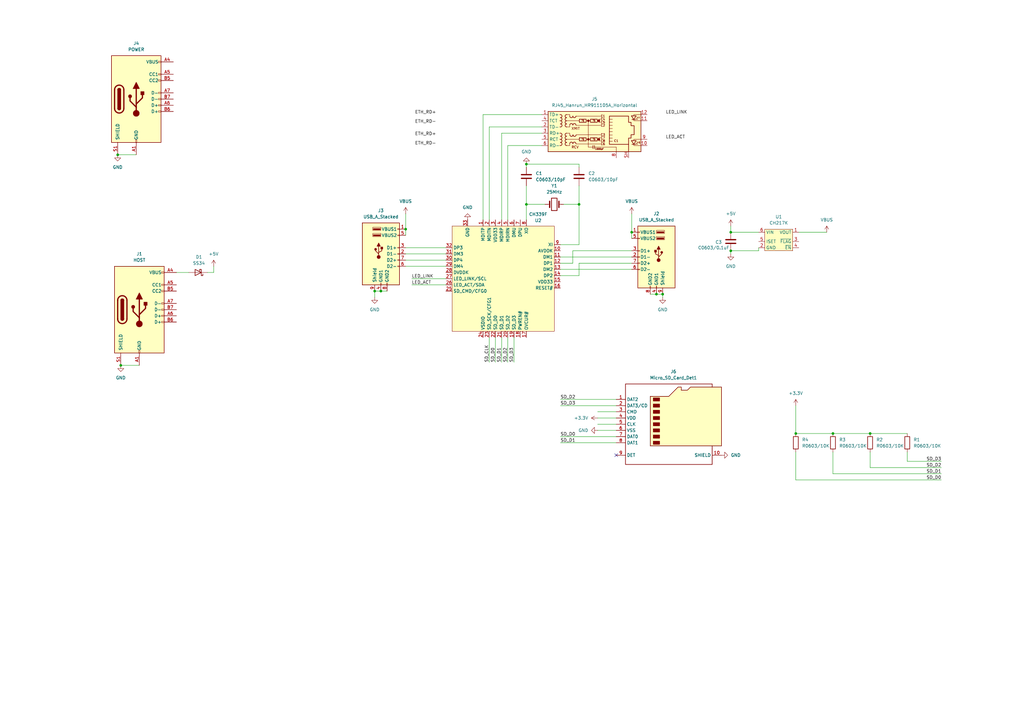
<source format=kicad_sch>
(kicad_sch (version 20250114) (generator "eeschema") (generator_version "9.0")
  (paper "A3")
  (lib_symbols
    (symbol "3in1lib:CH217K"
      (property "Reference" "U1" (at -0.635 10.16 0))
      (property "Value" "CH217K" (at -0.635 7.62 0))
      (symbol "CH217K_1_1"
        (rectangle (start -6.35 5.08) (end 5.08 -3.81) (fill (type background)))
        (pin input line (at -8.89 3.81 0) (length 2.54) (name "VIN") (number "6"))
        (pin input line (at -8.89 0 0) (length 2.54) (name "ISET") (number "5"))
        (pin input line (at -8.89 -2.54 0) (length 2.54) (name "GND") (number "2"))
        (pin input line (at 7.62 3.81 180) (length 2.54) (name "VOUT") (number "1"))
        (pin input line (at 7.62 0 180) (length 2.54) (name "~{FLAG}") (number "3"))
        (pin input line (at 7.62 -2.54 180) (length 2.54) (name "~{EN}") (number "4"))
      )
    )
    (symbol "CH339F_1"
      (property "Reference" "U" (at 0.3175 30.4165 0))
      (symbol "CH339F_1_1_1"
        (rectangle (start 11.43 7.62) (end 53.34 -35.56) (fill (type background)))
        (pin input line (at 8.89 -8.89 0) (length 2.54) (name "SD_CMD/CFG0") (number "25"))
        (pin input line (at 8.89 -11.43 0) (length 2.54) (name "LED_ACT/SDA") (number "26"))
        (pin input line (at 8.89 -13.97 0) (length 2.54) (name "LED_LINK/SCL") (number "27"))
        (pin input line (at 8.89 -16.51 0) (length 2.54) (name "DVDDK") (number "28"))
        (pin input line (at 8.89 -19.05 0) (length 2.54) (name "DM4") (number "29"))
        (pin input line (at 8.89 -21.59 0) (length 2.54) (name "DP4") (number "30"))
        (pin input line (at 8.89 -24.13 0) (length 2.54) (name "DM3") (number "31"))
        (pin input line (at 8.89 -26.67 0) (length 2.54) (name "DP3") (number "32"))
        (pin input line (at 17.78 -38.1 90) (length 2.54) (name "GND") (number "33"))
        (pin input line (at 24.13 10.16 270) (length 2.54) (name "VSDIO") (number "24"))
        (pin input line (at 24.13 -38.1 90) (length 2.54) (name "MDITP") (number "1"))
        (pin input line (at 26.67 10.16 270) (length 2.54) (name "SD_SCK/CFG1") (number "23"))
        (pin input line (at 26.67 -38.1 90) (length 2.54) (name "MDITN") (number "2"))
        (pin input line (at 29.21 10.16 270) (length 2.54) (name "SD_D0") (number "22"))
        (pin input line (at 29.21 -38.1 90) (length 2.54) (name "VDD33") (number "3"))
        (pin input line (at 31.75 10.16 270) (length 2.54) (name "SD_D1") (number "21"))
        (pin input line (at 31.75 -38.1 90) (length 2.54) (name "MDIRP") (number "4"))
        (pin input line (at 34.29 10.16 270) (length 2.54) (name "SD_D2") (number "20"))
        (pin input line (at 34.29 -38.1 90) (length 2.54) (name "MDIRN") (number "5"))
        (pin input line (at 36.83 10.16 270) (length 2.54) (name "SD_D3") (number "19"))
        (pin input line (at 36.83 -38.1 90) (length 2.54) (name "DMU") (number "6"))
        (pin input line (at 39.37 10.16 270) (length 2.54) (name "PWREN#") (number "18"))
        (pin input line (at 39.37 -38.1 90) (length 2.54) (name "DPU") (number "7"))
        (pin input line (at 41.91 10.16 270) (length 2.54) (name "OVCUR#") (number "17"))
        (pin input line (at 41.91 -38.1 90) (length 2.54) (name "XO") (number "8"))
        (pin input line (at 55.88 -10.16 180) (length 2.54) (name "RESET#") (number "16"))
        (pin input line (at 55.88 -12.7 180) (length 2.54) (name "VDD33") (number "15"))
        (pin input line (at 55.88 -15.24 180) (length 2.54) (name "DP2") (number "14"))
        (pin input line (at 55.88 -17.78 180) (length 2.54) (name "DM2") (number "13"))
        (pin input line (at 55.88 -20.32 180) (length 2.54) (name "DP1") (number "12"))
        (pin input line (at 55.88 -22.86 180) (length 2.54) (name "DM1") (number "11"))
        (pin input line (at 55.88 -25.4 180) (length 2.54) (name "AVDDK") (number "10"))
        (pin input line (at 55.88 -27.94 180) (length 2.54) (name "XI") (number "9"))
      )
    )
    (symbol "Connector:Micro_SD_Card_Det1"
      (property "Reference" "J" (at -16.51 17.78 0))
      (property "Value" "Micro_SD_Card_Det1" (at 16.51 17.78 0))
      (symbol "Micro_SD_Card_Det1_0_1"
        (polyline (pts (xy -8.89 -8.89) (xy -8.89 11.43) (xy -1.27 11.43) (xy 2.54 15.24) (xy 3.81 15.24) (xy 3.81 13.97) (xy 6.35 13.97) (xy 7.62 15.24) (xy 20.32 15.24) (xy 20.32 -8.89) (xy -8.89 -8.89)) (stroke (width 0.254)) (fill (type background)))
        (rectangle (start -7.62 10.795) (end -5.08 9.525) (stroke (width 0.254)) (fill (type outline)))
        (rectangle (start -7.62 8.255) (end -5.08 6.985) (stroke (width 0.254)) (fill (type outline)))
        (rectangle (start -7.62 5.715) (end -5.08 4.445) (stroke (width 0.254)) (fill (type outline)))
        (rectangle (start -7.62 3.175) (end -5.08 1.905) (stroke (width 0.254)) (fill (type outline)))
        (rectangle (start -7.62 0.635) (end -5.08 -0.635) (stroke (width 0.254)) (fill (type outline)))
        (rectangle (start -7.62 -1.905) (end -5.08 -3.175) (stroke (width 0.254)) (fill (type outline)))
        (rectangle (start -7.62 -4.445) (end -5.08 -5.715) (stroke (width 0.254)) (fill (type outline)))
        (rectangle (start -7.62 -6.985) (end -5.08 -8.255) (stroke (width 0.254)) (fill (type outline)))
        (polyline (pts (xy 16.51 15.24) (xy 16.51 16.51) (xy -19.05 16.51) (xy -19.05 -16.51) (xy 16.51 -16.51) (xy 16.51 -8.89)) (stroke (width 0.254)))
      )
      (symbol "Micro_SD_Card_Det1_1_1"
        (pin bidirectional line (at -22.86 10.16 0) (length 3.81) (name "DAT2") (number "1"))
        (pin bidirectional line (at -22.86 7.62 0) (length 3.81) (name "DAT3/CD") (number "2"))
        (pin input line (at -22.86 5.08 0) (length 3.81) (name "CMD") (number "3"))
        (pin power_in line (at -22.86 2.54 0) (length 3.81) (name "VDD") (number "4"))
        (pin input line (at -22.86 0 0) (length 3.81) (name "CLK") (number "5"))
        (pin power_in line (at -22.86 -2.54 0) (length 3.81) (name "VSS") (number "6"))
        (pin bidirectional line (at -22.86 -5.08 0) (length 3.81) (name "DAT0") (number "7"))
        (pin bidirectional line (at -22.86 -7.62 0) (length 3.81) (name "DAT1") (number "8"))
        (pin passive line (at -22.86 -12.7 0) (length 3.81) (name "DET") (number "9"))
        (pin passive line (at 20.32 -12.7 180) (length 3.81) (name "SHIELD") (number "10"))
      )
    )
    (symbol "Connector:RJ45_Hanrun_HR911105A_Horizontal"
      (property "Reference" "J" (at 18.415 10.16 0))
      (property "Value" "RJ45_Hanrun_HR911105A_Horizontal" (at -19.05 10.16 0))
      (symbol "RJ45_Hanrun_HR911105A_Horizontal_0_0"
        (circle (center -1.27 5.08) (radius 0.0001) (stroke (width 0.508)))
        (polyline (pts (xy -1.27 5.08) (xy -1.27 -5.715)))
        (circle (center -1.27 -2.54) (radius 0.0001) (stroke (width 0.508)))
        (polyline (pts (xy 0.635 -5.08) (xy 0.635 -6.35)) (stroke (width 0.254)))
        (polyline (pts (xy 1.27 -5.08) (xy 1.27 -6.35)) (stroke (width 0.254)))
        (polyline (pts (xy 3.048 5.08) (xy 2.54 5.08)))
        (circle (center 3.048 5.08) (radius 0.0001) (stroke (width 0.508)))
        (polyline (pts (xy 3.048 -2.54) (xy 2.54 -2.54)))
        (circle (center 3.048 -2.54) (radius 0.0001) (stroke (width 0.508)))
        (polyline (pts (xy 3.683 5.715) (xy 3.048 5.715) (xy 3.048 4.445) (xy 3.683 4.445)))
        (polyline (pts (xy 3.683 -1.905) (xy 3.048 -1.905) (xy 3.048 -3.175) (xy 3.683 -3.175)))
        (polyline (pts (xy 17.399 7.112) (xy 17.399 7.62) (xy 20.32 7.62)))
        (polyline (pts (xy 17.399 -3.048) (xy 17.399 -2.54) (xy 20.32 -2.54)))
        (polyline (pts (xy 20.32 5.08) (xy 17.399 5.08) (xy 17.399 5.588)))
        (polyline (pts (xy 20.32 -5.08) (xy 17.399 -5.08) (xy 17.399 -4.572)))
        (text "XMIT" (at -8.255 1.905 0) (effects (font (size 1.016 1.016)) (justify left)))
        (text "RCV" (at -8.255 -5.715 0) (effects (font (size 1.016 1.016)) (justify left)))
        (text "C1" (at 4.699 6.985 0) (effects (font (size 0.889 0.889))))
        (text "C4" (at 4.699 5.715 0) (effects (font (size 0.889 0.889))))
        (text "C5" (at 4.699 4.445 0) (effects (font (size 0.889 0.889))))
        (text "C2" (at 4.699 3.175 0) (effects (font (size 0.889 0.889))))
        (text "C3" (at 4.699 -0.635 0) (effects (font (size 0.889 0.889))))
        (text "C7" (at 4.699 -1.905 0) (effects (font (size 0.889 0.889))))
        (text "C8" (at 4.699 -3.175 0) (effects (font (size 0.889 0.889))))
        (text "C6" (at 4.699 -4.445 0) (effects (font (size 0.889 0.889))))
        (text "C1" (at 10.16 -3.175 0) (effects (font (size 0.889 0.889))))
      )
      (symbol "RJ45_Hanrun_HR911105A_Horizontal_0_1"
        (rectangle (start -17.78 8.89) (end 20.32 -7.62) (stroke (width 0.254)) (fill (type background)))
        (polyline (pts (xy -12.7 7.62) (xy -13.081 7.62)))
        (polyline (pts (xy -12.7 5.08) (xy -13.081 5.08)))
        (polyline (pts (xy -12.7 2.54) (xy -13.081 2.54)))
        (polyline (pts (xy -12.7 0) (xy -13.081 0)))
        (polyline (pts (xy -12.7 -2.54) (xy -13.081 -2.54)))
        (polyline (pts (xy -12.7 -5.08) (xy -13.081 -5.08)))
        (polyline (pts (xy -10.16 7.62) (xy -8.89 7.62) (xy -8.89 6.985)))
        (polyline (pts (xy -10.16 0) (xy -8.89 0) (xy -8.89 -0.635)))
        (polyline (pts (xy -8.89 3.175) (xy -8.89 2.54) (xy -10.16 2.54)))
        (polyline (pts (xy -8.89 -4.445) (xy -8.89 -5.08) (xy -10.16 -5.08)))
        (polyline (pts (xy -6.35 6.985) (xy 3.683 6.985)))
        (polyline (pts (xy -6.35 3.175) (xy 3.683 3.175)))
        (polyline (pts (xy -6.35 -4.445) (xy 3.683 -4.445)))
        (polyline (pts (xy -6.223 -0.635) (xy 3.683 -0.635)))
        (polyline (pts (xy -5.08 -2.54) (xy -10.16 -2.54)))
        (polyline (pts (xy -4.953 5.08) (xy -10.16 5.08)))
        (polyline (pts (xy -2.159 5.08) (xy -0.381 5.08)))
        (polyline (pts (xy -2.159 -2.54) (xy -0.381 -2.54)))
        (polyline (pts (xy 0.635 -5.715) (xy -1.27 -5.715)))
        (polyline (pts (xy 7.366 3.175) (xy 8.636 3.175)))
        (polyline (pts (xy 7.366 1.905) (xy 8.636 1.905)))
        (polyline (pts (xy 7.366 0.635) (xy 8.636 0.635)))
        (polyline (pts (xy 7.366 -0.762) (xy 8.636 -0.762)))
        (polyline (pts (xy 7.366 -2.032) (xy 8.636 -2.032)))
        (polyline (pts (xy 8.636 5.715) (xy 7.366 5.715)))
        (polyline (pts (xy 8.636 4.445) (xy 7.366 4.445)))
        (polyline (pts (xy 8.636 -3.302) (xy 7.366 -3.302)))
        (polyline (pts (xy 10.16 -5.715) (xy 1.27 -5.715)))
        (polyline (pts (xy 10.16 -5.715) (xy 10.16 -7.62)))
      )
      (symbol "RJ45_Hanrun_HR911105A_Horizontal_1_0"
        (text "1000pF" (at 3.302 -6.477 0) (effects (font (size 0.635 0.635))))
      )
      (symbol "RJ45_Hanrun_HR911105A_Horizontal_1_1"
        (arc (start -12.7 0) (mid -12.0677 -0.635) (end -12.7 -1.27) (stroke (width 0.254)))
        (arc (start -12.6973 7.62) (mid -12.065 6.985) (end -12.6973 6.35) (stroke (width 0.254)))
        (arc (start -12.6973 -1.27) (mid -12.065 -1.905) (end -12.6973 -2.54) (stroke (width 0.254)))
        (arc (start -12.6973 -2.54) (mid -12.065 -3.175) (end -12.6973 -3.81) (stroke (width 0.254)))
        (arc (start -12.6973 -3.81) (mid -12.065 -4.445) (end -12.6973 -5.08) (stroke (width 0.254)))
        (arc (start -12.6946 6.35) (mid -12.0623 5.715) (end -12.6946 5.08) (stroke (width 0.254)))
        (arc (start -12.6946 5.08) (mid -12.0623 4.445) (end -12.6946 3.81) (stroke (width 0.254)))
        (arc (start -12.6946 3.81) (mid -12.0623 3.175) (end -12.6946 2.54) (stroke (width 0.254)))
        (arc (start -10.1654 6.35) (mid -10.7977 6.985) (end -10.1654 7.62) (stroke (width 0.254)))
        (arc (start -10.1654 5.08) (mid -10.7977 5.715) (end -10.1654 6.35) (stroke (width 0.254)))
        (arc (start -10.1654 3.81) (mid -10.7977 4.445) (end -10.1654 5.08) (stroke (width 0.254)))
        (arc (start -10.1654 -1.27) (mid -10.7977 -0.635) (end -10.1654 0) (stroke (width 0.254)))
        (arc (start -10.1654 -2.54) (mid -10.7977 -1.905) (end -10.1654 -1.27) (stroke (width 0.254)))
        (arc (start -10.1654 -3.81) (mid -10.7977 -3.175) (end -10.1654 -2.54) (stroke (width 0.254)))
        (arc (start -10.1627 2.54) (mid -10.795 3.175) (end -10.1627 3.81) (stroke (width 0.254)))
        (arc (start -10.1627 -5.08) (mid -10.795 -4.445) (end -10.1627 -3.81) (stroke (width 0.254)))
        (arc (start -7.62 6.9823) (mid -8.255 6.35) (end -8.89 6.9823) (stroke (width 0.254)))
        (arc (start -8.89 3.3047) (mid -8.255 3.937) (end -7.62 3.3047) (stroke (width 0.254)))
        (arc (start -8.89 -4.3153) (mid -8.255 -3.683) (end -7.62 -4.3153) (stroke (width 0.254)))
        (arc (start -7.5565 -0.7012) (mid -8.1915 -1.3335) (end -8.8265 -0.7012) (stroke (width 0.254)))
        (arc (start -6.35 6.985) (mid -6.985 6.3527) (end -7.62 6.985) (stroke (width 0.254)))
        (arc (start -7.62 3.3074) (mid -6.985 3.9397) (end -6.35 3.3074) (stroke (width 0.254)))
        (arc (start -7.62 -4.3126) (mid -6.985 -3.6803) (end -6.35 -4.3126) (stroke (width 0.254)))
        (arc (start -6.2865 -0.6985) (mid -6.9215 -1.3308) (end -7.5565 -0.6985) (stroke (width 0.254)))
        (rectangle (start -4.953 5.715) (end -2.159 4.445) (stroke (width 0.254)))
        (rectangle (start -4.953 -1.905) (end -2.159 -3.175) (stroke (width 0.254)))
        (rectangle (start -0.381 5.715) (end 2.413 4.445) (stroke (width 0.254)))
        (rectangle (start -0.381 -1.905) (end 2.413 -3.175) (stroke (width 0.254)))
        (polyline (pts (xy 7.366 -4.572) (xy 7.366 6.985) (xy 15.24 6.985) (xy 15.24 4.445) (xy 16.256 4.445) (xy 16.256 3.048) (xy 17.526 3.048) (xy 17.526 -0.635) (xy 16.256 -0.635) (xy 16.256 -2.032) (xy 15.24 -2.032) (xy 15.24 -4.572) (xy 7.366 -4.572)) (stroke (width 0.254)))
        (polyline (pts (xy 15.24 -7.62) (xy 15.24 -4.572)) (stroke (width 0.254)))
        (polyline (pts (xy 18.161 5.588) (xy 16.637 5.588)) (stroke (width 0.254)))
        (polyline (pts (xy 18.161 -4.572) (xy 16.637 -4.572)) (stroke (width 0.254)))
        (polyline (pts (xy 18.288 7.112) (xy 16.383 7.112) (xy 17.399 5.588) (xy 18.288 7.112)) (stroke (width 0.254)))
        (polyline (pts (xy 18.288 6.096) (xy 18.796 5.588) (xy 18.542 5.588)))
        (polyline (pts (xy 18.288 -3.048) (xy 16.383 -3.048) (xy 17.399 -4.572) (xy 18.288 -3.048)) (stroke (width 0.254)))
        (polyline (pts (xy 18.288 -4.064) (xy 18.796 -4.572) (xy 18.542 -4.572)))
        (polyline (pts (xy 18.542 6.731) (xy 19.05 6.223) (xy 18.796 6.223)))
        (polyline (pts (xy 18.542 -3.429) (xy 19.05 -3.937) (xy 18.796 -3.937)))
        (polyline (pts (xy 18.796 5.588) (xy 18.796 5.842)))
        (polyline (pts (xy 18.796 -4.572) (xy 18.796 -4.318)))
        (polyline (pts (xy 19.05 6.223) (xy 19.05 6.477)))
        (polyline (pts (xy 19.05 -3.937) (xy 19.05 -3.683)))
        (text "75" (at -3.556 5.08 0) (effects (font (size 0.635 0.635))))
        (text "75" (at -3.556 -2.54 0) (effects (font (size 0.635 0.635))))
        (text "75" (at 1.016 5.08 0) (effects (font (size 0.635 0.635))))
        (text "75" (at 1.016 -2.54 0) (effects (font (size 0.635 0.635))))
        (text "Y" (at 19.558 6.35 0) (effects (font (size 0.635 0.635))))
        (text "G" (at 19.685 -3.81 0) (effects (font (size 0.635 0.635))))
        (pin passive line (at -20.32 7.62 0) (length 2.54) (name "TD+") (number "1"))
        (pin passive line (at -20.32 5.08 0) (length 2.54) (name "TCT") (number "4"))
        (pin passive line (at -20.32 2.54 0) (length 2.54) (name "TD-") (number "2"))
        (pin passive line (at -20.32 0 0) (length 2.54) (name "RD+") (number "3"))
        (pin passive line (at -20.32 -2.54 0) (length 2.54) (name "RCT") (number "5"))
        (pin passive line (at -20.32 -5.08 0) (length 2.54) (name "RD-") (number "6"))
        (pin power_in line (at 10.16 -10.16 90) (length 2.54) (name "") (number "8"))
        (pin passive line (at 15.24 -10.16 90) (length 2.54) (name "") (number "SH"))
        (pin no_connect line (at 20.32 0 0) (length 0) (hide yes) (name "NC") (number "7"))
        (pin passive line (at 22.86 7.62 180) (length 2.54) (name "") (number "12"))
        (pin passive line (at 22.86 5.08 180) (length 2.54) (name "") (number "11"))
        (pin passive line (at 22.86 -2.54 180) (length 2.54) (name "") (number "9"))
        (pin passive line (at 22.86 -5.08 180) (length 2.54) (name "") (number "10"))
      )
    )
    (symbol "Connector:USB_A_Stacked" (pin_names (offset 1.016))
      (property "Reference" "J" (at 0 15.875 0))
      (property "Value" "USB_A_Stacked" (at 0 13.97 0))
      (symbol "USB_A_Stacked_0_1"
        (rectangle (start -7.62 12.7) (end 7.62 -12.7) (stroke (width 0.254)) (fill (type background)))
        (circle (center -2.159 1.905) (radius 0.381) (stroke (width 0.254)) (fill (type outline)))
        (polyline (pts (xy -1.524 3.175) (xy -0.254 3.175) (xy -0.889 4.445) (xy -1.524 3.175)) (stroke (width 0.254)) (fill (type outline)))
        (polyline (pts (xy -0.889 0) (xy -0.889 0.635) (xy 0.381 1.27) (xy 0.381 2.54)) (stroke (width 0.254)))
        (polyline (pts (xy -0.889 -0.635) (xy -0.889 0) (xy -2.159 1.27) (xy -2.159 1.905)) (stroke (width 0.254)))
        (circle (center -0.889 -1.27) (radius 0.635) (stroke (width 0.254)) (fill (type outline)))
        (rectangle (start -0.254 9.906) (end -3.048 10.414) (fill (type outline)))
        (rectangle (start -0.254 7.366) (end -3.048 7.874) (fill (type outline)))
        (rectangle (start -0.127 -12.7) (end 0.127 -11.938))
        (rectangle (start 0 9.652) (end -3.302 10.922))
        (rectangle (start 0 7.112) (end -3.302 8.382))
        (rectangle (start 0 2.794) (end 0.762 2.032) (stroke (width 0.254)) (fill (type outline)))
        (rectangle (start 2.413 -12.7) (end 2.667 -11.938))
        (rectangle (start 7.62 10.033) (end 6.858 10.287))
        (rectangle (start 7.62 7.493) (end 6.858 7.747))
        (rectangle (start 7.62 2.413) (end 6.858 2.667))
        (rectangle (start 7.62 -0.127) (end 6.858 0.127))
        (rectangle (start 7.62 -2.667) (end 6.858 -2.413))
        (rectangle (start 7.62 -5.207) (end 6.858 -4.953))
      )
      (symbol "USB_A_Stacked_1_1"
        (polyline (pts (xy -0.889 0.635) (xy -0.889 3.175)) (stroke (width 0.254)))
        (pin passive line (at -2.54 -15.24 90) (length 2.54) (name "Shield") (number "9"))
        (pin power_in line (at 0 -15.24 90) (length 2.54) (name "GND1") (number "4"))
        (pin power_in line (at 2.54 -15.24 90) (length 2.54) (name "GND2") (number "8"))
        (pin power_in line (at 10.16 10.16 180) (length 2.54) (name "VBUS1") (number "1"))
        (pin power_in line (at 10.16 7.62 180) (length 2.54) (name "VBUS2") (number "5"))
        (pin bidirectional line (at 10.16 2.54 180) (length 2.54) (name "D1+") (number "3"))
        (pin bidirectional line (at 10.16 0 180) (length 2.54) (name "D1-") (number "2"))
        (pin bidirectional line (at 10.16 -2.54 180) (length 2.54) (name "D2+") (number "7"))
        (pin bidirectional line (at 10.16 -5.08 180) (length 2.54) (name "D2-") (number "6"))
      )
    )
    (symbol "Connector:USB_C_Receptacle_USB2.0_14P" (pin_names (offset 1.016))
      (property "Reference" "J" (at 0 22.225 0))
      (property "Value" "USB_C_Receptacle_USB2.0_14P" (at 0 19.685 0))
      (symbol "USB_C_Receptacle_USB2.0_14P_0_0"
        (rectangle (start -0.254 -17.78) (end 0.254 -16.764))
        (rectangle (start 10.16 15.494) (end 9.144 14.986))
        (rectangle (start 10.16 10.414) (end 9.144 9.906))
        (rectangle (start 10.16 7.874) (end 9.144 7.366))
        (rectangle (start 10.16 2.794) (end 9.144 2.286))
        (rectangle (start 10.16 0.254) (end 9.144 -0.254))
        (rectangle (start 10.16 -2.286) (end 9.144 -2.794))
        (rectangle (start 10.16 -4.826) (end 9.144 -5.334))
      )
      (symbol "USB_C_Receptacle_USB2.0_14P_0_1"
        (rectangle (start -10.16 17.78) (end 10.16 -17.78) (stroke (width 0.254)) (fill (type background)))
        (polyline (pts (xy -8.89 -3.81) (xy -8.89 3.81)) (stroke (width 0.508)))
        (rectangle (start -7.62 -3.81) (end -6.35 3.81) (stroke (width 0.254)) (fill (type outline)))
        (arc (start -7.62 3.81) (mid -6.985 4.4423) (end -6.35 3.81) (stroke (width 0.254)))
        (arc (start -7.62 3.81) (mid -6.985 4.4423) (end -6.35 3.81) (stroke (width 0.254)) (fill (type outline)))
        (arc (start -8.89 3.81) (mid -6.985 5.7067) (end -5.08 3.81) (stroke (width 0.508)))
        (arc (start -5.08 -3.81) (mid -6.985 -5.7067) (end -8.89 -3.81) (stroke (width 0.508)))
        (arc (start -6.35 -3.81) (mid -6.985 -4.4423) (end -7.62 -3.81) (stroke (width 0.254)))
        (arc (start -6.35 -3.81) (mid -6.985 -4.4423) (end -7.62 -3.81) (stroke (width 0.254)) (fill (type outline)))
        (polyline (pts (xy -5.08 3.81) (xy -5.08 -3.81)) (stroke (width 0.508)))
        (circle (center -2.54 1.143) (radius 0.635) (stroke (width 0.254)) (fill (type outline)))
        (polyline (pts (xy -1.27 4.318) (xy 0 6.858) (xy 1.27 4.318) (xy -1.27 4.318)) (stroke (width 0.254)) (fill (type outline)))
        (polyline (pts (xy 0 -2.032) (xy 2.54 0.508) (xy 2.54 1.778)) (stroke (width 0.508)))
        (polyline (pts (xy 0 -3.302) (xy -2.54 -0.762) (xy -2.54 0.508)) (stroke (width 0.508)))
        (polyline (pts (xy 0 -5.842) (xy 0 4.318)) (stroke (width 0.508)))
        (circle (center 0 -5.842) (radius 1.27) (fill (type outline)))
        (rectangle (start 1.905 1.778) (end 3.175 3.048) (stroke (width 0.254)) (fill (type outline)))
      )
      (symbol "USB_C_Receptacle_USB2.0_14P_1_1"
        (pin passive line (at -7.62 -22.86 90) (length 5.08) (name "SHIELD") (number "S1"))
        (pin passive line (at 0 -22.86 90) (length 5.08) (name "GND") (number "A1"))
        (pin passive line (at 0 -22.86 90) (length 5.08) (hide yes) (name "GND") (number "A12"))
        (pin passive line (at 0 -22.86 90) (length 5.08) (hide yes) (name "GND") (number "B1"))
        (pin passive line (at 0 -22.86 90) (length 5.08) (hide yes) (name "GND") (number "B12"))
        (pin passive line (at 15.24 15.24 180) (length 5.08) (name "VBUS") (number "A4"))
        (pin passive line (at 15.24 15.24 180) (length 5.08) (hide yes) (name "VBUS") (number "A9"))
        (pin passive line (at 15.24 15.24 180) (length 5.08) (hide yes) (name "VBUS") (number "B4"))
        (pin passive line (at 15.24 15.24 180) (length 5.08) (hide yes) (name "VBUS") (number "B9"))
        (pin bidirectional line (at 15.24 10.16 180) (length 5.08) (name "CC1") (number "A5"))
        (pin bidirectional line (at 15.24 7.62 180) (length 5.08) (name "CC2") (number "B5"))
        (pin bidirectional line (at 15.24 2.54 180) (length 5.08) (name "D-") (number "A7"))
        (pin bidirectional line (at 15.24 0 180) (length 5.08) (name "D-") (number "B7"))
        (pin bidirectional line (at 15.24 -2.54 180) (length 5.08) (name "D+") (number "A6"))
        (pin bidirectional line (at 15.24 -5.08 180) (length 5.08) (name "D+") (number "B6"))
      )
    )
    (symbol "Device:C" (pin_numbers (hide yes)) (pin_names (offset 0.254))
      (property "Reference" "C" (at 0.635 2.54 0))
      (property "Value" "C" (at 0.635 -2.54 0))
      (symbol "C_0_1"
        (polyline (pts (xy -2.032 0.762) (xy 2.032 0.762)) (stroke (width 0.508)))
        (polyline (pts (xy -2.032 -0.762) (xy 2.032 -0.762)) (stroke (width 0.508)))
      )
      (symbol "C_1_1"
        (pin passive line (at 0 3.81 270) (length 2.794) (name "~") (number "1"))
        (pin passive line (at 0 -3.81 90) (length 2.794) (name "~") (number "2"))
      )
    )
    (symbol "Device:Crystal" (pin_numbers (hide yes)) (pin_names (offset 1.016) (hide yes))
      (property "Reference" "Y" (at 0 3.81 0))
      (property "Value" "Crystal" (at 0 -3.81 0))
      (symbol "Crystal_0_1"
        (polyline (pts (xy -2.54 0) (xy -1.905 0)))
        (polyline (pts (xy -1.905 -1.27) (xy -1.905 1.27)) (stroke (width 0.508)))
        (rectangle (start -1.143 2.54) (end 1.143 -2.54) (stroke (width 0.3048)))
        (polyline (pts (xy 1.905 -1.27) (xy 1.905 1.27)) (stroke (width 0.508)))
        (polyline (pts (xy 2.54 0) (xy 1.905 0)))
      )
      (symbol "Crystal_1_1"
        (pin passive line (at -3.81 0 0) (length 1.27) (name "1") (number "1"))
        (pin passive line (at 3.81 0 180) (length 1.27) (name "2") (number "2"))
      )
    )
    (symbol "Device:R" (pin_numbers (hide yes)) (pin_names (offset 0))
      (property "Reference" "R" (at 2.032 0 90))
      (property "Value" "R" (at 0 0 90))
      (symbol "R_0_1"
        (rectangle (start -1.016 -2.54) (end 1.016 2.54) (stroke (width 0.254)))
      )
      (symbol "R_1_1"
        (pin passive line (at 0 3.81 270) (length 1.27) (name "~") (number "1"))
        (pin passive line (at 0 -3.81 90) (length 1.27) (name "~") (number "2"))
      )
    )
    (symbol "Diode:SS34" (pin_numbers (hide yes)) (pin_names (offset 1.016) (hide yes))
      (property "Reference" "D" (at 0 2.54 0))
      (property "Value" "SS34" (at 0 -2.54 0))
      (symbol "SS34_0_1"
        (polyline (pts (xy -1.905 0.635) (xy -1.905 1.27) (xy -1.27 1.27) (xy -1.27 -1.27) (xy -0.635 -1.27) (xy -0.635 -0.635)) (stroke (width 0.254)))
        (polyline (pts (xy 1.27 1.27) (xy 1.27 -1.27) (xy -1.27 0) (xy 1.27 1.27)) (stroke (width 0.254)))
        (polyline (pts (xy 1.27 0) (xy -1.27 0)))
      )
      (symbol "SS34_1_1"
        (pin passive line (at -3.81 0 0) (length 2.54) (name "K") (number "1"))
        (pin passive line (at 3.81 0 180) (length 2.54) (name "A") (number "2"))
      )
    )
    (symbol "power:+3.3V" (power) (pin_names (offset 0))
      (property "Value" "+3.3V" (at 0 3.556 0))
      (symbol "+3.3V_0_1"
        (polyline (pts (xy -0.762 1.27) (xy 0 2.54)))
        (polyline (pts (xy 0 2.54) (xy 0.762 1.27)))
        (polyline (pts (xy 0 0) (xy 0 2.54)))
      )
      (symbol "+3.3V_1_1"
        (pin power_in line (at 0 0 90) (length 0) (hide yes) (name "+3.3V") (number "1"))
      )
    )
    (symbol "power:+5V" (power) (pin_numbers (hide yes)) (pin_names (offset 0) (hide yes))
      (property "Value" "+5V" (at 0 3.556 0))
      (symbol "+5V_0_1"
        (polyline (pts (xy -0.762 1.27) (xy 0 2.54)))
        (polyline (pts (xy 0 2.54) (xy 0.762 1.27)))
        (polyline (pts (xy 0 0) (xy 0 2.54)))
      )
      (symbol "+5V_1_1"
        (pin power_in line (at 0 0 90) (length 0) (name "~") (number "1"))
      )
    )
    (symbol "power:GND" (power) (pin_numbers (hide yes)) (pin_names (offset 0) (hide yes))
      (property "Value" "GND" (at 0 -3.81 0))
      (symbol "GND_0_1"
        (polyline (pts (xy 0 0) (xy 0 -1.27) (xy 1.27 -1.27) (xy 0 -2.54) (xy -1.27 -1.27) (xy 0 -1.27)))
      )
      (symbol "GND_1_1"
        (pin power_in line (at 0 0 270) (length 0) (name "~") (number "1"))
      )
    )
    (symbol "power:VBUS" (power) (pin_numbers (hide yes)) (pin_names (offset 0) (hide yes))
      (property "Value" "VBUS" (at 0 3.556 0))
      (symbol "VBUS_0_1"
        (polyline (pts (xy -0.762 1.27) (xy 0 2.54)))
        (polyline (pts (xy 0 2.54) (xy 0.762 1.27)))
        (polyline (pts (xy 0 0) (xy 0 2.54)))
      )
      (symbol "VBUS_1_1"
        (pin power_in line (at 0 0 90) (length 0) (name "~") (number "1"))
      )
    )
  )
  (junction (at 215.9 67.31))
  (junction (at 271.78 120.65))
  (junction (at 259.08 95.25))
  (junction (at 48.26 63.5))
  (junction (at 326.39 177.8))
  (junction (at 153.67 119.38))
  (junction (at 356.87 177.8))
  (junction (at 299.72 102.87))
  (junction (at 299.72 95.25))
  (junction (at 156.21 119.38))
  (junction (at 341.63 177.8))
  (junction (at 49.53 149.86))
  (junction (at 166.37 93.98))
  (junction (at 215.9 83.82))
  (junction (at 269.24 120.65))
  (junction (at 237.49 83.82))
  (no_connect (at 252.73 186.69))
  (wire (pts (xy 341.63 177.8) (xy 356.87 177.8)))
  (wire (pts (xy 237.49 107.95) (xy 259.08 107.95)))
  (wire (pts (xy 237.49 67.31) (xy 237.49 68.58)))
  (wire (pts (xy 237.49 113.03) (xy 237.49 107.95)))
  (wire (pts (xy 269.24 120.65) (xy 271.78 120.65)))
  (wire (pts (xy 205.74 54.61) (xy 222.25 54.61)))
  (wire (pts (xy 215.9 67.31) (xy 215.9 68.58)))
  (wire (pts (xy 85.09 111.76) (xy 87.63 111.76)))
  (wire (pts (xy 166.37 106.68) (xy 182.88 106.68)))
  (wire (pts (xy 48.26 63.5) (xy 55.88 63.5)))
  (wire (pts (xy 229.87 110.49) (xy 259.08 110.49)))
  (wire (pts (xy 215.9 76.2) (xy 215.9 83.82)))
  (wire (pts (xy 168.91 116.84) (xy 182.88 116.84)))
  (wire (pts (xy 341.63 185.42) (xy 341.63 194.31)))
  (wire (pts (xy 299.72 95.25) (xy 299.72 92.71)))
  (wire (pts (xy 208.28 90.17) (xy 208.28 59.69)))
  (wire (pts (xy 200.66 138.43) (xy 200.66 148.59)))
  (wire (pts (xy 229.87 113.03) (xy 237.49 113.03)))
  (wire (pts (xy 208.28 138.43) (xy 208.28 148.59)))
  (wire (pts (xy 245.11 168.91) (xy 252.73 168.91)))
  (wire (pts (xy 229.87 100.33) (xy 237.49 100.33)))
  (wire (pts (xy 326.39 196.85) (xy 326.39 185.42)))
  (wire (pts (xy 166.37 87.63) (xy 166.37 93.98)))
  (wire (pts (xy 234.95 107.95) (xy 234.95 102.87)))
  (wire (pts (xy 229.87 105.41) (xy 259.08 105.41)))
  (wire (pts (xy 168.91 114.3) (xy 182.88 114.3)))
  (wire (pts (xy 259.08 87.63) (xy 259.08 95.25)))
  (wire (pts (xy 203.2 138.43) (xy 203.2 148.59)))
  (wire (pts (xy 356.87 177.8) (xy 372.11 177.8)))
  (wire (pts (xy 259.08 95.25) (xy 259.08 97.79)))
  (wire (pts (xy 341.63 194.31) (xy 386.08 194.31)))
  (wire (pts (xy 198.12 46.99) (xy 222.25 46.99)))
  (wire (pts (xy 326.39 177.8) (xy 341.63 177.8)))
  (wire (pts (xy 229.87 181.61) (xy 252.73 181.61)))
  (wire (pts (xy 326.39 166.37) (xy 326.39 177.8)))
  (wire (pts (xy 229.87 179.07) (xy 252.73 179.07)))
  (wire (pts (xy 215.9 83.82) (xy 223.52 83.82)))
  (wire (pts (xy 386.08 196.85) (xy 326.39 196.85)))
  (wire (pts (xy 299.72 102.87) (xy 311.15 102.87)))
  (wire (pts (xy 229.87 163.83) (xy 252.73 163.83)))
  (wire (pts (xy 311.15 102.87) (xy 311.15 101.6)))
  (wire (pts (xy 208.28 59.69) (xy 222.25 59.69)))
  (wire (pts (xy 87.63 111.76) (xy 87.63 109.22)))
  (wire (pts (xy 327.66 95.25) (xy 339.09 95.25)))
  (wire (pts (xy 166.37 109.22) (xy 182.88 109.22)))
  (wire (pts (xy 200.66 52.07) (xy 200.66 90.17)))
  (wire (pts (xy 166.37 93.98) (xy 166.37 96.52)))
  (wire (pts (xy 153.67 119.38) (xy 156.21 119.38)))
  (wire (pts (xy 386.08 189.23) (xy 372.11 189.23)))
  (wire (pts (xy 222.25 52.07) (xy 200.66 52.07)))
  (wire (pts (xy 237.49 100.33) (xy 237.49 83.82)))
  (wire (pts (xy 234.95 102.87) (xy 259.08 102.87)))
  (wire (pts (xy 299.72 95.25) (xy 311.15 95.25)))
  (wire (pts (xy 229.87 166.37) (xy 252.73 166.37)))
  (wire (pts (xy 356.87 191.77) (xy 386.08 191.77)))
  (wire (pts (xy 245.11 176.53) (xy 252.73 176.53)))
  (wire (pts (xy 156.21 119.38) (xy 158.75 119.38)))
  (wire (pts (xy 356.87 185.42) (xy 356.87 191.77)))
  (wire (pts (xy 205.74 90.17) (xy 205.74 54.61)))
  (wire (pts (xy 245.11 171.45) (xy 252.73 171.45)))
  (wire (pts (xy 237.49 76.2) (xy 237.49 83.82)))
  (wire (pts (xy 205.74 138.43) (xy 205.74 148.59)))
  (wire (pts (xy 198.12 90.17) (xy 198.12 46.99)))
  (wire (pts (xy 266.7 120.65) (xy 269.24 120.65)))
  (wire (pts (xy 153.67 119.38) (xy 153.67 121.92)))
  (wire (pts (xy 372.11 189.23) (xy 372.11 185.42)))
  (wire (pts (xy 215.9 90.17) (xy 215.9 83.82)))
  (wire (pts (xy 166.37 101.6) (xy 182.88 101.6)))
  (wire (pts (xy 210.82 138.43) (xy 210.82 148.59)))
  (wire (pts (xy 231.14 83.82) (xy 237.49 83.82)))
  (wire (pts (xy 245.11 173.99) (xy 252.73 173.99)))
  (wire (pts (xy 215.9 67.31) (xy 237.49 67.31)))
  (wire (pts (xy 72.39 111.76) (xy 77.47 111.76)))
  (wire (pts (xy 299.72 102.87) (xy 299.72 104.14)))
  (wire (pts (xy 229.87 107.95) (xy 234.95 107.95)))
  (wire (pts (xy 271.78 120.65) (xy 271.78 121.92)))
  (wire (pts (xy 49.53 149.86) (xy 57.15 149.86)))
  (wire (pts (xy 166.37 104.14) (xy 182.88 104.14)))
  (label "LED_LINK" (at 273.05 46.99 0))
  (label "SD_D1" (at 205.74 148.59 90))
  (label "SD_CLK" (at 200.66 148.59 90))
  (label "LED_LINK" (at 168.91 114.3 0))
  (label "LED_ACT" (at 168.91 116.84 0))
  (label "ETH_RD-" (at 170.18 50.8 0))
  (label "SD_D2" (at 208.28 148.59 90))
  (label "SD_D3" (at 210.82 148.59 90))
  (label "SD_D0" (at 229.87 179.07 0))
  (label "ETH_RD+" (at 170.18 55.88 0))
  (label "SD_D0" (at 386.08 196.85 180))
  (label "ETH_RD+" (at 170.18 46.99 0))
  (label "LED_ACT" (at 273.05 57.15 0))
  (label "SD_D2" (at 386.08 191.77 180))
  (label "SD_D0" (at 203.2 148.59 90))
  (label "ETH_RD-" (at 170.18 59.69 0))
  (label "SD_D3" (at 229.87 166.37 0))
  (label "SD_D1" (at 229.87 181.61 0))
  (label "SD_D3" (at 386.08 189.23 180))
  (label "SD_D1" (at 386.08 194.31 180))
  (label "SD_D2" (at 229.87 163.83 0))
  (symbol (lib_id "power:GND") (at 191.77 90.17 180) (unit 1)
    (property "Reference" "#PWR09" (effects (hide yes)))
    (property "Value" "GND" (at 191.77 85.09 0))
    (property "Description" "Power symbol creates a global label with name \"GND\" , ground" (effects (hide yes)))
  )
  (symbol (lib_id "Device:C") (at 299.72 99.06 0) (unit 1)
    (property "Reference" "C3" (at 293.37 99.314 0) (effects (justify left)))
    (property "Value" "C0603/0.1uF" (at 286.258 101.6 0) (effects (justify left)))
    (property "Description" "Unpolarized capacitor" (effects (hide yes)))
  )
  (symbol (lib_id "power:GND") (at 299.72 104.14 0) (mirror y) (unit 1)
    (property "Reference" "#PWR011" (effects (hide yes)))
    (property "Value" "GND" (at 299.72 109.22 0))
    (property "Description" "Power symbol creates a global label with name \"GND\" , ground" (effects (hide yes)))
  )
  (symbol (lib_id "Connector:USB_A_Stacked") (at 156.21 104.14 0) (unit 1)
    (property "Reference" "J3" (at 156.21 86.36 0))
    (property "Value" "USB_A_Stacked" (at 156.21 88.9 0))
    (property "Footprint" "Connector_USB:USB_A_CUI_UJ2-ADH-TH_Horizontal_Stacked" (effects (hide yes)))
    (property "Description" "USB Type A connector, stacked" (effects (hide yes)))
  )
  (symbol (lib_id "power:+3.3V") (at 326.39 166.37 0) (unit 1)
    (property "Reference" "#PWR012" (effects (hide yes)))
    (property "Value" "+3.3V" (at 326.39 161.29 0))
  )
  (symbol (lib_id "Connector:Micro_SD_Card_Det1") (at 275.59 173.99 0) (unit 1)
    (property "Reference" "J6" (at 276.225 152.4 0))
    (property "Value" "Micro_SD_Card_Det1" (at 276.225 154.94 0))
    (property "Footprint" "3in1:MiSD-PP-9P-V2" (effects (hide yes)))
    (property "Datasheet" "https://datasheet.lcsc.com/lcsc/2110151630_XKB-Connectivity-XKTF-015-N_C381082.pdf" (effects (hide yes)))
  )
  (symbol (lib_id "power:VBUS") (at 166.37 87.63 0) (unit 1)
    (property "Reference" "#PWR05" (effects (hide yes)))
    (property "Value" "VBUS" (at 166.37 82.55 0))
    (property "Description" "Power symbol creates a global label with name \"VBUS\"" (effects (hide yes)))
  )
  (symbol (lib_id "Device:R") (at 356.87 181.61 0) (unit 1)
    (property "Reference" "R2" (at 359.41 180.3399 0) (effects (justify left)))
    (property "Value" "R0603/10K" (at 359.41 182.8799 0) (effects (justify left)))
    (property "Description" "Resistor" (effects (hide yes)))
  )
  (symbol (lib_id "Device:R") (at 326.39 181.61 0) (unit 1)
    (property "Reference" "R4" (at 328.93 180.3399 0) (effects (justify left)))
    (property "Value" "R0603/10K" (at 328.93 182.8799 0) (effects (justify left)))
    (property "Description" "Resistor" (effects (hide yes)))
  )
  (symbol (lib_id "power:GND") (at 295.91 186.69 90) (unit 1)
    (property "Reference" "#PWR023" (effects (hide yes)))
    (property "Value" "GND" (at 299.72 186.69 90) (effects (justify right)))
  )
  (symbol (lib_id "power:+5V") (at 87.63 109.22 0) (unit 1)
    (property "Reference" "#PWR02" (effects (hide yes)))
    (property "Value" "+5V" (at 87.63 104.14 0))
    (property "Description" "Power symbol creates a global label with name \"+5V\"" (effects (hide yes)))
  )
  (symbol (lib_id "Connector:RJ45_Hanrun_HR911105A_Horizontal") (at 242.57 54.61 0) (unit 1)
    (property "Reference" "J5" (at 243.84 40.64 0))
    (property "Value" "RJ45_Hanrun_HR911105A_Horizontal" (at 243.84 43.18 0))
    (property "Footprint" "Connector_RJ:RJ45_Hanrun_HR911105A_Horizontal" (effects (hide yes)))
    (property "Datasheet" "https://datasheet.lcsc.com/lcsc/1811141815_HANRUN-Zhongshan-HanRun-Elec-HR911105A_C12074.pdf" (effects (hide yes)))
    (property "Description" "1 Port RJ45 Magjack Connector Through Hole 10/100 Base-T, AutoMDIX" (effects (hide yes)))
  )
  (symbol (lib_id "power:VBUS") (at 259.08 87.63 0) (unit 1)
    (property "Reference" "#PWR06" (effects (hide yes)))
    (property "Value" "VBUS" (at 259.08 82.55 0))
    (property "Description" "Power symbol creates a global label with name \"VBUS\"" (effects (hide yes)))
  )
  (symbol (lib_id "power:+3.3V") (at 245.11 171.45 90) (unit 1)
    (property "Reference" "#PWR021" (effects (hide yes)))
    (property "Value" "+3.3V" (at 241.3 171.45 90) (effects (justify left)))
  )
  (symbol (lib_id "power:+5V") (at 299.72 92.71 0) (unit 1)
    (property "Reference" "#PWR010" (effects (hide yes)))
    (property "Value" "+5V" (at 299.72 87.63 0))
    (property "Description" "Power symbol creates a global label with name \"+5V\"" (effects (hide yes)))
  )
  (symbol (lib_id "Connector:USB_C_Receptacle_USB2.0_14P") (at 57.15 127 0) (unit 1)
    (property "Reference" "J1" (at 57.15 104.14 0))
    (property "Value" "HOST" (at 57.15 106.68 0))
    (property "Datasheet" "https://www.usb.org/sites/default/files/documents/usb_type-c.zip" (effects (hide yes)))
    (property "Description" "USB 2.0-only 14P Type-C Receptacle connector" (effects (hide yes)))
  )
  (symbol (lib_name "CH339F_1") (lib_id "3in1lib:CH339F") (at 173.99 128.27 0) (mirror x) (unit 1)
    (property "Reference" "U2" (at 220.726 90.424 0))
    (property "Value" "CH339F" (at 220.726 87.884 0))
    (property "Footprint" "Package_DFN_QFN:QFN-32-1EP_4x4mm_P0.4mm_EP2.65x2.65mm_ThermalVias" (effects (hide yes)))
  )
  (symbol (lib_id "Device:C") (at 237.49 72.39 0) (unit 1)
    (property "Reference" "C2" (at 241.3 71.1199 0) (effects (justify left)))
    (property "Value" "C0603/10pF" (at 241.3 73.6599 0) (effects (justify left)))
    (property "Description" "Unpolarized capacitor" (effects (hide yes)))
  )
  (symbol (lib_id "power:VBUS") (at 339.09 95.25 0) (unit 1)
    (property "Reference" "#PWR01" (effects (hide yes)))
    (property "Value" "VBUS" (at 339.09 90.17 0))
    (property "Description" "Power symbol creates a global label with name \"VBUS\"" (effects (hide yes)))
  )
  (symbol (lib_id "Device:R") (at 341.63 181.61 0) (unit 1)
    (property "Reference" "R3" (at 344.17 180.3399 0) (effects (justify left)))
    (property "Value" "R0603/10K" (at 344.17 182.8799 0) (effects (justify left)))
    (property "Description" "Resistor" (effects (hide yes)))
  )
  (symbol (lib_id "Diode:SS34") (at 81.28 111.76 180) (unit 1)
    (property "Reference" "D1" (at 81.5975 105.41 0))
    (property "Value" "SS34" (at 81.5975 107.95 0))
    (property "Footprint" "Diode_SMD:D_SMA" (effects (hide yes)))
    (property "Datasheet" "https://www.vishay.com/docs/88751/ss32.pdf" (effects (hide yes)))
    (property "Description" "40V 3A Schottky Diode, SMA" (effects (hide yes)))
  )
  (symbol (lib_id "power:GND") (at 48.26 63.5 0) (unit 1)
    (property "Reference" "#PWR03" (effects (hide yes)))
    (property "Value" "GND" (at 48.26 68.58 0))
    (property "Description" "Power symbol creates a global label with name \"GND\" , ground" (effects (hide yes)))
  )
  (symbol (lib_id "power:GND") (at 245.11 176.53 270) (unit 1)
    (property "Reference" "#PWR022" (effects (hide yes)))
    (property "Value" "GND" (at 241.3 176.53 90) (effects (justify right)))
  )
  (symbol (lib_id "3in1lib:CH217K") (at 320.04 99.06 0) (unit 1)
    (property "Reference" "U1" (at 319.405 88.9 0))
    (property "Value" "CH217K" (at 319.405 91.44 0))
    (property "Footprint" "Package_TO_SOT_SMD:SOT-23-6" (effects (hide yes)))
  )
  (symbol (lib_id "Device:Crystal") (at 227.33 83.82 0) (unit 1)
    (property "Reference" "Y1" (at 227.33 76.2 0))
    (property "Value" "25MHz" (at 227.33 78.74 0))
    (property "Description" "Two pin crystal" (effects (hide yes)))
  )
  (symbol (lib_id "power:GND") (at 271.78 121.92 0) (mirror y) (unit 1)
    (property "Reference" "#PWR08" (effects (hide yes)))
    (property "Value" "GND" (at 271.78 127 0))
    (property "Description" "Power symbol creates a global label with name \"GND\" , ground" (effects (hide yes)))
  )
  (symbol (lib_id "Device:R") (at 372.11 181.61 0) (unit 1)
    (property "Reference" "R1" (at 374.65 180.3399 0) (effects (justify left)))
    (property "Value" "R0603/10K" (at 374.65 182.8799 0) (effects (justify left)))
    (property "Description" "Resistor" (effects (hide yes)))
  )
  (symbol (lib_id "power:GND") (at 215.9 67.31 0) (mirror x) (unit 1)
    (property "Reference" "#PWR013" (effects (hide yes)))
    (property "Value" "GND" (at 215.9 62.23 0))
    (property "Description" "Power symbol creates a global label with name \"GND\" , ground" (effects (hide yes)))
  )
  (symbol (lib_id "Device:C") (at 215.9 72.39 0) (unit 1)
    (property "Reference" "C1" (at 219.71 71.1199 0) (effects (justify left)))
    (property "Value" "C0603/10pF" (at 219.71 73.6599 0) (effects (justify left)))
    (property "Description" "Unpolarized capacitor" (effects (hide yes)))
  )
  (symbol (lib_id "Connector:USB_C_Receptacle_USB2.0_14P") (at 55.88 40.64 0) (unit 1)
    (property "Reference" "J4" (at 55.88 17.78 0))
    (property "Value" "POWER" (at 55.88 20.32 0))
    (property "Datasheet" "https://www.usb.org/sites/default/files/documents/usb_type-c.zip" (effects (hide yes)))
    (property "Description" "USB 2.0-only 14P Type-C Receptacle connector" (effects (hide yes)))
  )
  (symbol (lib_id "power:GND") (at 153.67 121.92 0) (unit 1)
    (property "Reference" "#PWR07" (effects (hide yes)))
    (property "Value" "GND" (at 153.67 127 0))
    (property "Description" "Power symbol creates a global label with name \"GND\" , ground" (effects (hide yes)))
  )
  (symbol (lib_id "Connector:USB_A_Stacked") (at 269.24 105.41 0) (mirror y) (unit 1)
    (property "Reference" "J2" (at 269.24 87.63 0))
    (property "Value" "USB_A_Stacked" (at 269.24 90.17 0))
    (property "Footprint" "Connector_USB:USB_A_CUI_UJ2-ADH-TH_Horizontal_Stacked" (effects (hide yes)))
    (property "Description" "USB Type A connector, stacked" (effects (hide yes)))
  )
  (symbol (lib_id "power:GND") (at 49.53 149.86 0) (unit 1)
    (property "Reference" "#PWR04" (effects (hide yes)))
    (property "Value" "GND" (at 49.53 154.94 0))
    (property "Description" "Power symbol creates a global label with name \"GND\" , ground" (effects (hide yes)))
  )
)
</source>
